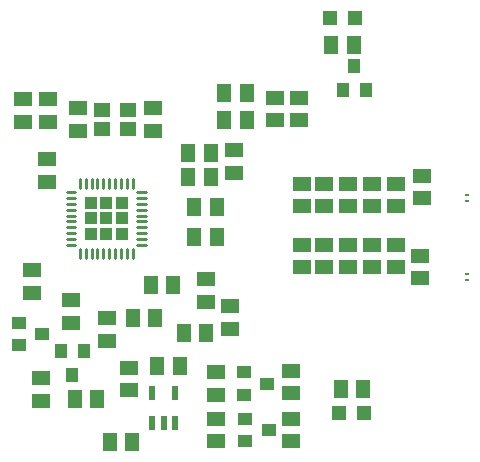
<source format=gbr>
G04 EAGLE Gerber RS-274X export*
G75*
%MOMM*%
%FSLAX34Y34*%
%LPD*%
%INSolderpaste Top*%
%IPPOS*%
%AMOC8*
5,1,8,0,0,1.08239X$1,22.5*%
G01*
%ADD10C,0.250000*%
%ADD11R,1.000000X1.000000*%
%ADD12R,1.300000X1.500000*%
%ADD13R,1.500000X1.300000*%
%ADD14R,1.400000X1.200000*%
%ADD15R,0.430000X0.280000*%
%ADD16R,1.200000X1.200000*%
%ADD17R,0.550000X1.200000*%
%ADD18R,1.200000X1.000000*%
%ADD19R,1.000000X1.200000*%


D10*
X250000Y248350D02*
X250000Y240850D01*
X245000Y240850D02*
X245000Y248350D01*
X241350Y252000D02*
X233850Y252000D01*
X233850Y257000D02*
X241350Y257000D01*
X241350Y262000D02*
X233850Y262000D01*
X233850Y267000D02*
X241350Y267000D01*
X241350Y272000D02*
X233850Y272000D01*
X233850Y277000D02*
X241350Y277000D01*
X241350Y282000D02*
X233850Y282000D01*
X233850Y287000D02*
X241350Y287000D01*
X241350Y292000D02*
X233850Y292000D01*
X233850Y297000D02*
X241350Y297000D01*
X245000Y300650D02*
X245000Y308150D01*
X250000Y308150D02*
X250000Y300650D01*
X255000Y300650D02*
X255000Y308150D01*
X260000Y308150D02*
X260000Y300650D01*
X265000Y300650D02*
X265000Y308150D01*
X270000Y308150D02*
X270000Y300650D01*
X275000Y300650D02*
X275000Y308150D01*
X280000Y308150D02*
X280000Y300650D01*
X285000Y300650D02*
X285000Y308150D01*
X290000Y308150D02*
X290000Y300650D01*
X293650Y297000D02*
X301150Y297000D01*
X301150Y292000D02*
X293650Y292000D01*
X293650Y287000D02*
X301150Y287000D01*
X301150Y282000D02*
X293650Y282000D01*
X293650Y277000D02*
X301150Y277000D01*
X301150Y272000D02*
X293650Y272000D01*
X293650Y267000D02*
X301150Y267000D01*
X301150Y262000D02*
X293650Y262000D01*
X293650Y257000D02*
X301150Y257000D01*
X301150Y252000D02*
X293650Y252000D01*
X255000Y248350D02*
X255000Y240850D01*
X260000Y240850D02*
X260000Y248350D01*
X265000Y248350D02*
X265000Y240850D01*
X270000Y240850D02*
X270000Y248350D01*
X275000Y248350D02*
X275000Y240850D01*
X280000Y240850D02*
X280000Y248350D01*
X285000Y248350D02*
X285000Y240850D01*
X290000Y240850D02*
X290000Y248350D01*
D11*
X280500Y261500D03*
X267500Y261500D03*
X254500Y261500D03*
X280500Y274500D03*
X280500Y287500D03*
X267500Y274500D03*
X267500Y287500D03*
X254500Y287500D03*
X254500Y274500D03*
D12*
X361140Y259080D03*
X342140Y259080D03*
X361140Y284480D03*
X342140Y284480D03*
D13*
X472330Y233110D03*
X472330Y252110D03*
X472330Y285100D03*
X472330Y304100D03*
X452050Y233110D03*
X452050Y252110D03*
X452050Y285100D03*
X452050Y304100D03*
X492610Y233110D03*
X492610Y252110D03*
X492610Y285100D03*
X492610Y304100D03*
X512890Y233110D03*
X512890Y252110D03*
X512890Y285100D03*
X512890Y304100D03*
D12*
X337060Y330200D03*
X356060Y330200D03*
D14*
X286280Y350140D03*
X264280Y350140D03*
X286280Y366140D03*
X264280Y366140D03*
D13*
X307030Y367680D03*
X307030Y348680D03*
X243530Y348680D03*
X243530Y367680D03*
D12*
X386580Y380880D03*
X367580Y380880D03*
X367580Y358100D03*
X386580Y358100D03*
D13*
X430370Y357680D03*
X430370Y376680D03*
X410060Y376490D03*
X410060Y357490D03*
X217020Y305460D03*
X217020Y324460D03*
D12*
X290070Y190500D03*
X309070Y190500D03*
D13*
X351600Y203860D03*
X351600Y222860D03*
D12*
X305310Y218440D03*
X324310Y218440D03*
D13*
X286730Y147910D03*
X286730Y128910D03*
X267820Y170840D03*
X267820Y189840D03*
X533210Y224140D03*
X533210Y243140D03*
X534440Y291530D03*
X534440Y310530D03*
D15*
X572620Y227340D03*
X572620Y222240D03*
X572620Y289550D03*
X572620Y294650D03*
D12*
X333250Y177800D03*
X352250Y177800D03*
D13*
X371920Y181000D03*
X371920Y200000D03*
D12*
X337060Y309880D03*
X356060Y309880D03*
D13*
X375770Y332080D03*
X375770Y313080D03*
X433000Y252110D03*
X433000Y233110D03*
X433000Y304100D03*
X433000Y285100D03*
D16*
X485900Y110070D03*
X464900Y110070D03*
D12*
X484900Y130070D03*
X465900Y130070D03*
D17*
X306600Y100949D03*
X316100Y100949D03*
X325600Y100949D03*
X325600Y126951D03*
X306600Y126951D03*
D12*
X270620Y85160D03*
X289620Y85160D03*
D13*
X218440Y356260D03*
X218440Y375260D03*
X196850Y375260D03*
X196850Y356260D03*
X360680Y85750D03*
X360680Y104750D03*
X360680Y125120D03*
X360680Y144120D03*
X424180Y85750D03*
X424180Y104750D03*
X424180Y145390D03*
X424180Y126390D03*
X204470Y230480D03*
X204470Y211480D03*
X237490Y205080D03*
X237490Y186080D03*
X212090Y139040D03*
X212090Y120040D03*
D12*
X259690Y121920D03*
X240690Y121920D03*
D18*
X404970Y95250D03*
X384970Y85750D03*
X384970Y104750D03*
X403700Y134620D03*
X383700Y125120D03*
X383700Y144120D03*
X213200Y176530D03*
X193200Y167030D03*
X193200Y186030D03*
D19*
X238760Y142400D03*
X229260Y162400D03*
X248260Y162400D03*
D16*
X477860Y444500D03*
X456860Y444500D03*
D12*
X476860Y421640D03*
X457860Y421640D03*
D19*
X477520Y403700D03*
X487020Y383700D03*
X468020Y383700D03*
D12*
X329540Y149860D03*
X310540Y149860D03*
M02*

</source>
